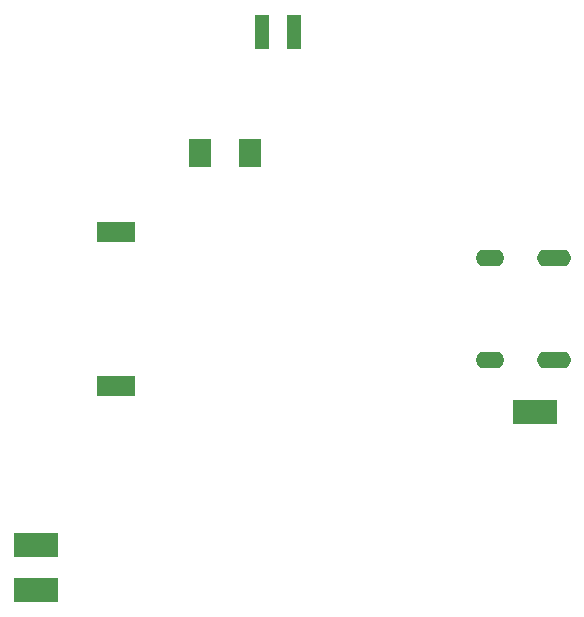
<source format=gbs>
G04 #@! TF.FileFunction,Soldermask,Bot*
%FSLAX46Y46*%
G04 Gerber Fmt 4.6, Leading zero omitted, Abs format (unit mm)*
G04 Created by KiCad (PCBNEW (2016-11-21 revision f7cc0a9)-makepkg) date 06/05/17 10:20:09*
%MOMM*%
%LPD*%
G01*
G04 APERTURE LIST*
%ADD10C,0.100000*%
%ADD11R,1.260000X2.920000*%
%ADD12R,3.300000X1.800000*%
%ADD13O,2.900000X1.400000*%
%ADD14O,2.400000X1.400000*%
%ADD15R,1.930000X2.430000*%
%ADD16R,3.750000X2.150000*%
G04 APERTURE END LIST*
D10*
D11*
X124625000Y-54000000D03*
X121875000Y-54000000D03*
D12*
X109500000Y-71000000D03*
X109500000Y-84000000D03*
D13*
X146560000Y-73180000D03*
X146560000Y-81820000D03*
D14*
X141200000Y-73180000D03*
X141200000Y-81820000D03*
D15*
X120840000Y-64250000D03*
X116660000Y-64250000D03*
D16*
X102750000Y-97500000D03*
X145000000Y-86200000D03*
X102750000Y-101250000D03*
M02*

</source>
